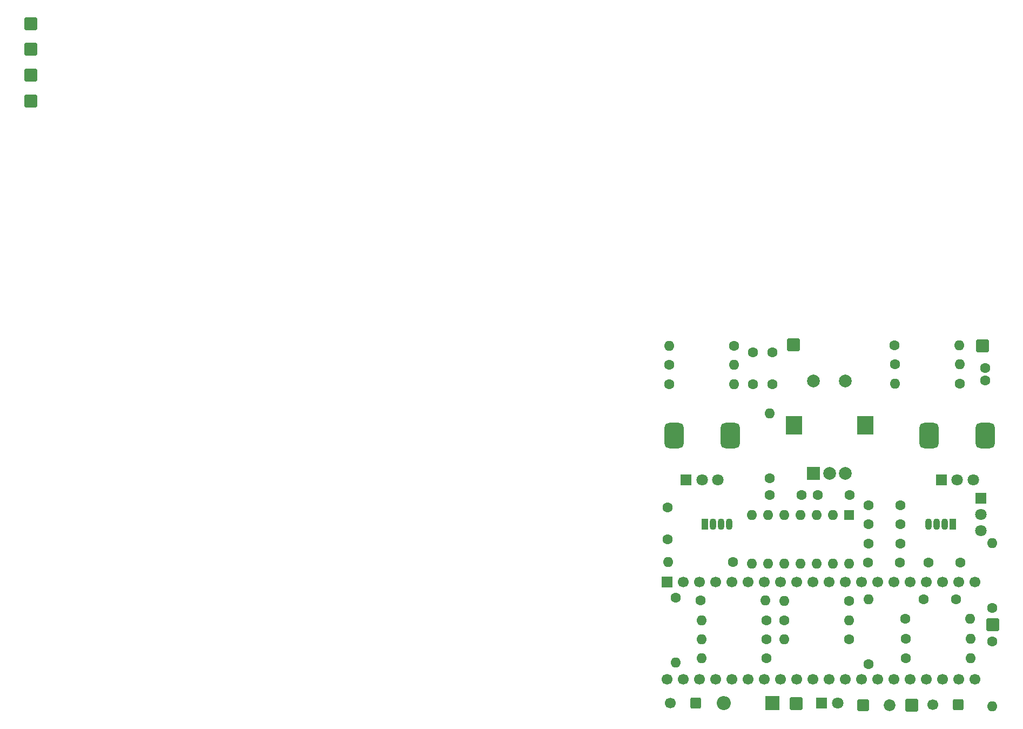
<source format=gbr>
%TF.GenerationSoftware,KiCad,Pcbnew,8.0.2-8.0.2-0~ubuntu22.04.1*%
%TF.CreationDate,2024-05-27T12:02:15+10:00*%
%TF.ProjectId,podal_1590b,706f6461-6c5f-4313-9539-30622e6b6963,0.3*%
%TF.SameCoordinates,Original*%
%TF.FileFunction,Soldermask,Bot*%
%TF.FilePolarity,Negative*%
%FSLAX46Y46*%
G04 Gerber Fmt 4.6, Leading zero omitted, Abs format (unit mm)*
G04 Created by KiCad (PCBNEW 8.0.2-8.0.2-0~ubuntu22.04.1) date 2024-05-27 12:02:15*
%MOMM*%
%LPD*%
G01*
G04 APERTURE LIST*
G04 Aperture macros list*
%AMRoundRect*
0 Rectangle with rounded corners*
0 $1 Rounding radius*
0 $2 $3 $4 $5 $6 $7 $8 $9 X,Y pos of 4 corners*
0 Add a 4 corners polygon primitive as box body*
4,1,4,$2,$3,$4,$5,$6,$7,$8,$9,$2,$3,0*
0 Add four circle primitives for the rounded corners*
1,1,$1+$1,$2,$3*
1,1,$1+$1,$4,$5*
1,1,$1+$1,$6,$7*
1,1,$1+$1,$8,$9*
0 Add four rect primitives between the rounded corners*
20,1,$1+$1,$2,$3,$4,$5,0*
20,1,$1+$1,$4,$5,$6,$7,0*
20,1,$1+$1,$6,$7,$8,$9,0*
20,1,$1+$1,$8,$9,$2,$3,0*%
G04 Aperture macros list end*
%ADD10RoundRect,0.250000X-0.750000X-0.750000X0.750000X-0.750000X0.750000X0.750000X-0.750000X0.750000X0*%
%ADD11R,2.200000X2.200000*%
%ADD12O,2.200000X2.200000*%
%ADD13R,1.070000X1.800000*%
%ADD14O,1.070000X1.800000*%
%ADD15C,1.600000*%
%ADD16O,1.600000X1.600000*%
%ADD17RoundRect,0.250000X0.750000X0.750000X-0.750000X0.750000X-0.750000X-0.750000X0.750000X-0.750000X0*%
%ADD18R,1.800000X1.800000*%
%ADD19C,1.800000*%
%ADD20RoundRect,0.750000X0.750000X-1.250000X0.750000X1.250000X-0.750000X1.250000X-0.750000X-1.250000X0*%
%ADD21RoundRect,0.250000X0.600000X0.600000X-0.600000X0.600000X-0.600000X-0.600000X0.600000X-0.600000X0*%
%ADD22C,1.700000*%
%ADD23R,2.000000X2.000000*%
%ADD24C,2.000000*%
%ADD25R,2.500000X3.000000*%
%ADD26RoundRect,0.250000X-0.675000X-0.675000X0.675000X-0.675000X0.675000X0.675000X-0.675000X0.675000X0*%
%ADD27C,1.850000*%
%ADD28R,1.600000X1.600000*%
%ADD29R,1.700000X1.700000*%
G04 APERTURE END LIST*
D10*
%TO.C,J7*%
X1775000Y-13675000D03*
%TD*%
%TO.C,J6*%
X1775000Y-9625000D03*
%TD*%
%TO.C,J2*%
X1775000Y-5575000D03*
%TD*%
%TO.C,J1*%
X1775000Y-1525000D03*
%TD*%
D11*
%TO.C,D2*%
X118000000Y-108000000D03*
D12*
X110380000Y-108000000D03*
%TD*%
D13*
%TO.C,D3*%
X107460000Y-80000000D03*
D14*
X108730000Y-80000000D03*
X110000000Y-80000000D03*
X111270000Y-80000000D03*
%TD*%
D15*
%TO.C,R16*%
X133135033Y-101885273D03*
D16*
X133135033Y-91725273D03*
%TD*%
D15*
%TO.C,R13*%
X138920000Y-101000000D03*
D16*
X149080000Y-101000000D03*
%TD*%
D15*
%TO.C,C9*%
X122641261Y-75392489D03*
X117641261Y-75392489D03*
%TD*%
%TO.C,R4*%
X137184369Y-51938278D03*
D16*
X147344369Y-51938278D03*
%TD*%
D17*
%TO.C,J8*%
X121343000Y-51832521D03*
%TD*%
D15*
%TO.C,C7*%
X147500000Y-86000000D03*
X142500000Y-86000000D03*
%TD*%
%TO.C,C10*%
X141773178Y-91715983D03*
X146773178Y-91715983D03*
%TD*%
%TO.C,R18*%
X152492686Y-98337906D03*
D16*
X152492686Y-108497906D03*
%TD*%
D15*
%TO.C,R19*%
X130080000Y-92000000D03*
D16*
X119920000Y-92000000D03*
%TD*%
D18*
%TO.C,D1*%
X125730000Y-108000000D03*
D19*
X128270000Y-108000000D03*
%TD*%
D15*
%TO.C,R9*%
X117080000Y-95000000D03*
D16*
X106920000Y-95000000D03*
%TD*%
D15*
%TO.C,C3*%
X138059677Y-76973138D03*
X133059677Y-76973138D03*
%TD*%
D10*
%TO.C,J9*%
X152544920Y-95704947D03*
%TD*%
%TO.C,J5*%
X139834357Y-108332163D03*
%TD*%
D13*
%TO.C,D4*%
X146270000Y-80000000D03*
D14*
X145000000Y-80000000D03*
X143730000Y-80000000D03*
X142460000Y-80000000D03*
%TD*%
D15*
%TO.C,R22*%
X152461572Y-93116935D03*
D16*
X152461572Y-82956935D03*
%TD*%
D15*
%TO.C,R7*%
X101840000Y-55000000D03*
D16*
X112000000Y-55000000D03*
%TD*%
D15*
%TO.C,R14*%
X138887232Y-94788600D03*
D16*
X149047232Y-94788600D03*
%TD*%
D18*
%TO.C,RV2*%
X144500000Y-73050000D03*
D19*
X147000000Y-73050000D03*
X149500000Y-73050000D03*
D20*
X142600000Y-66050000D03*
X151400000Y-66050000D03*
%TD*%
D15*
%TO.C,R20*%
X119920000Y-95000000D03*
D16*
X130080000Y-95000000D03*
%TD*%
D15*
%TO.C,R3*%
X137264369Y-54938278D03*
D16*
X147424369Y-54938278D03*
%TD*%
D15*
%TO.C,C11*%
X118000000Y-53000000D03*
X118000000Y-58000000D03*
%TD*%
%TO.C,R8*%
X112000000Y-52000000D03*
D16*
X101840000Y-52000000D03*
%TD*%
D18*
%TO.C,RV1*%
X104500000Y-73050000D03*
D19*
X107000000Y-73050000D03*
X109500000Y-73050000D03*
D20*
X102600000Y-66050000D03*
X111400000Y-66050000D03*
%TD*%
D15*
%TO.C,R12*%
X138920000Y-97914528D03*
D16*
X149080000Y-97914528D03*
%TD*%
D15*
%TO.C,R10*%
X117080000Y-98000000D03*
D16*
X106920000Y-98000000D03*
%TD*%
D21*
%TO.C,SW1*%
X106000000Y-108000000D03*
D22*
X102000000Y-108000000D03*
%TD*%
D15*
%TO.C,R1*%
X130080000Y-98000000D03*
D16*
X119920000Y-98000000D03*
%TD*%
D15*
%TO.C,C6*%
X138000000Y-86000000D03*
X133000000Y-86000000D03*
%TD*%
%TO.C,C4*%
X138059677Y-79973138D03*
X133059677Y-79973138D03*
%TD*%
D17*
%TO.C,J4*%
X151000000Y-52000000D03*
%TD*%
D23*
%TO.C,SW3*%
X124500000Y-72000000D03*
D24*
X129500000Y-72000000D03*
X127000000Y-72000000D03*
D25*
X121400000Y-64500000D03*
X132600000Y-64500000D03*
D24*
X124500000Y-57500000D03*
X129500000Y-57500000D03*
%TD*%
D15*
%TO.C,C12*%
X101576468Y-82302941D03*
X101576468Y-77302941D03*
%TD*%
%TO.C,C8*%
X115000000Y-58000000D03*
X115000000Y-53000000D03*
%TD*%
%TO.C,R2*%
X147424369Y-57938278D03*
D16*
X137264369Y-57938278D03*
%TD*%
D15*
%TO.C,R11*%
X117080000Y-101000000D03*
D16*
X106920000Y-101000000D03*
%TD*%
D10*
%TO.C,J3*%
X121717602Y-108046503D03*
%TD*%
D15*
%TO.C,R5*%
X111834916Y-85877458D03*
D16*
X101674916Y-85877458D03*
%TD*%
D26*
%TO.C,BT1*%
X132234097Y-108341084D03*
D27*
X136434097Y-108341084D03*
%TD*%
D15*
%TO.C,R17*%
X102868752Y-91475009D03*
D16*
X102868752Y-101635009D03*
%TD*%
D15*
%TO.C,R15*%
X117578672Y-72743604D03*
D16*
X117578672Y-62583604D03*
%TD*%
D15*
%TO.C,R21*%
X101840000Y-58000000D03*
D16*
X112000000Y-58000000D03*
%TD*%
D15*
%TO.C,C5*%
X138059677Y-82973138D03*
X133059677Y-82973138D03*
%TD*%
D28*
%TO.C,U1*%
X130066294Y-78523539D03*
D16*
X127526294Y-78523539D03*
X124986294Y-78523539D03*
X122446294Y-78523539D03*
X119906294Y-78523539D03*
X117366294Y-78523539D03*
X114826294Y-78523539D03*
X114826294Y-86143539D03*
X117366294Y-86143539D03*
X119906294Y-86143539D03*
X122446294Y-86143539D03*
X124986294Y-86143539D03*
X127526294Y-86143539D03*
X130066294Y-86143539D03*
%TD*%
D15*
%TO.C,C2*%
X130162851Y-75428426D03*
X125162851Y-75428426D03*
%TD*%
D21*
%TO.C,SW2*%
X147168626Y-108207141D03*
D22*
X143168626Y-108207141D03*
%TD*%
D15*
%TO.C,R6*%
X106792500Y-91889742D03*
D16*
X116952500Y-91889742D03*
%TD*%
D15*
%TO.C,C1*%
X151425383Y-55481020D03*
X151425383Y-57481020D03*
%TD*%
D29*
%TO.C,A1*%
X101520000Y-89000000D03*
D22*
X104060000Y-89000000D03*
X106600000Y-89000000D03*
X109140000Y-89000000D03*
X111680000Y-89000000D03*
X114220000Y-89000000D03*
X116760000Y-89000000D03*
X119300000Y-89000000D03*
X121840000Y-89000000D03*
X124380000Y-89000000D03*
X126920000Y-89000000D03*
X129460000Y-89000000D03*
X132000000Y-89000000D03*
X134540000Y-89000000D03*
X137080000Y-89000000D03*
X139620000Y-89000000D03*
X142160000Y-89000000D03*
X144700000Y-89000000D03*
X147240000Y-89000000D03*
X149780000Y-89000000D03*
X149780000Y-104240000D03*
X147240000Y-104240000D03*
X144700000Y-104240000D03*
X142160000Y-104240000D03*
X139620000Y-104240000D03*
X137080000Y-104240000D03*
X134540000Y-104240000D03*
X132000000Y-104240000D03*
X129460000Y-104240000D03*
X126920000Y-104240000D03*
X124380000Y-104240000D03*
X121840000Y-104240000D03*
X119300000Y-104240000D03*
X116760000Y-104240000D03*
X114220000Y-104240000D03*
X111680000Y-104240000D03*
X109140000Y-104240000D03*
X106600000Y-104240000D03*
X104060000Y-104240000D03*
X101520000Y-104240000D03*
%TD*%
D18*
%TO.C,U2*%
X150720433Y-75940131D03*
D19*
X150720433Y-78480131D03*
X150720433Y-81020131D03*
%TD*%
M02*

</source>
